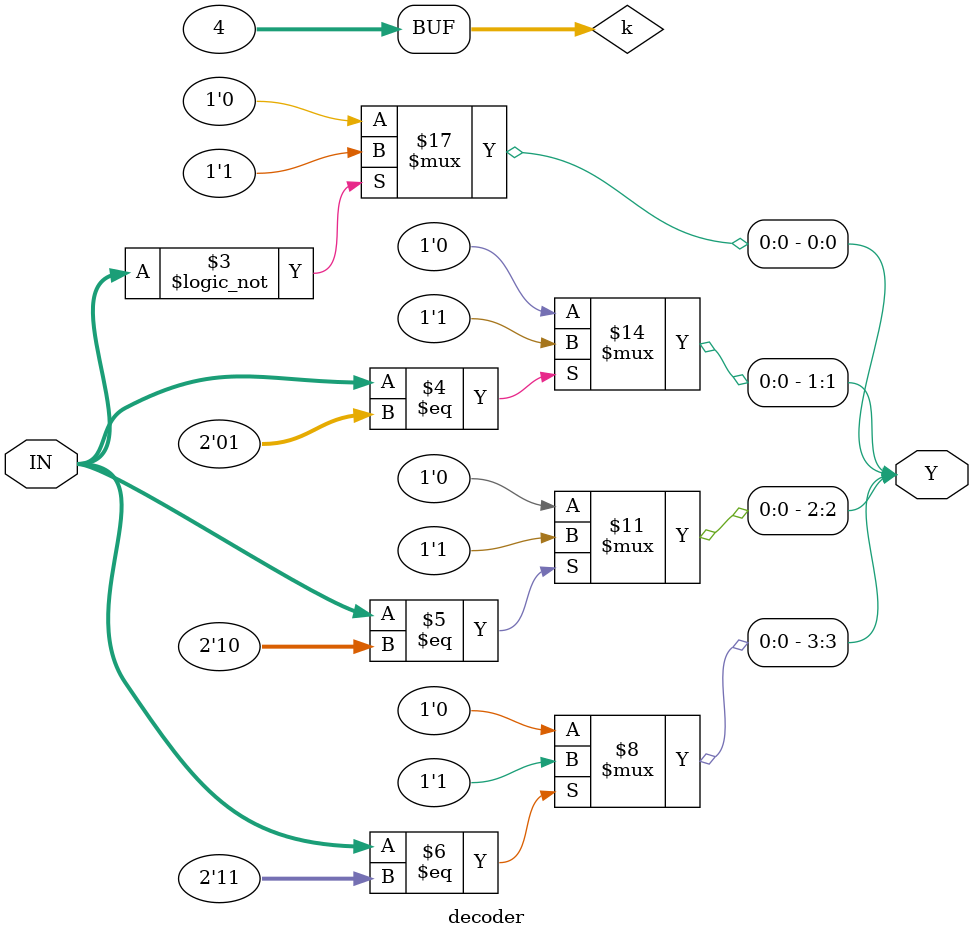
<source format=v>

module decoder (
    // OUTPUTS
    output reg [3:0] Y

    // INPUTS
    ,input [1:0] IN
    );

    integer k;
    always @(IN)
        for (k = 0; k < 4; k = k + 1)
            if (IN == k) Y[k] = 1;
            else Y[k] = 0;
endmodule

</source>
